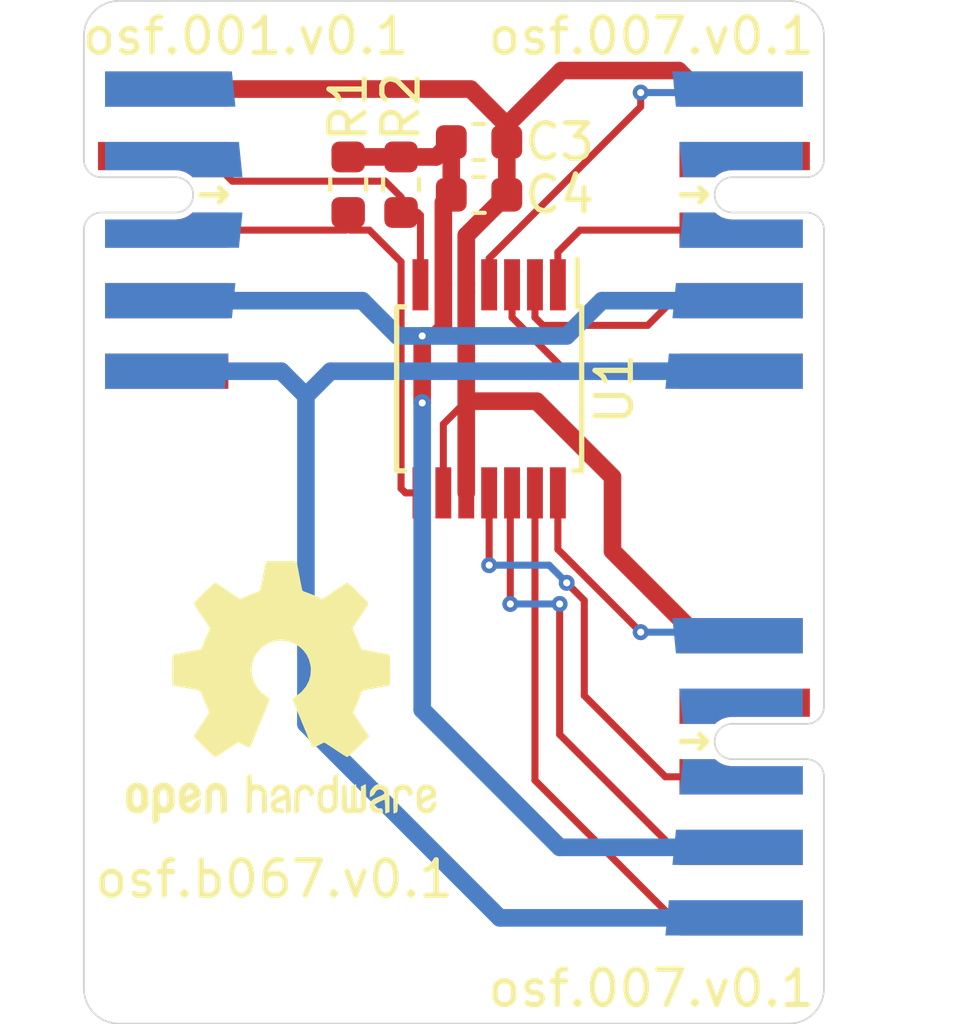
<source format=kicad_pcb>
(kicad_pcb (version 20211014) (generator pcbnew)
  (layers (0 "F.Cu" signal) (31 "B.Cu" signal) (34 "B.Paste" user) (35 "F.Paste" user) (36 "B.SilkS" user "B.Silkscreen") (37 "F.SilkS" user "F.Silkscreen") (38 "B.Mask" user) (39 "F.Mask" user) (44 "Edge.Cuts" user))
  (net 0 "")
  (net 1 "GND")
  (net 2 "+3V3")
  (net 3 "+5V")
  (net 4 "/adc/SDA")
  (net 5 "/adc/SCL")
  (net 6 "Net-(J1-Pad8)")
  (net 7 "Net-(J1-Pad5)")
  (net 8 "Net-(J1-Pad4)")
  (net 9 "Net-(J2-Pad2)")
  (net 10 "/adc/INH1")
  (net 11 "/adc/INL1")
  (net 12 "/adc/INL2")
  (net 13 "/adc/INH2")
  (net 14 "Net-(J3-Pad2)")
  (net 15 "/adc/INH3")
  (net 16 "/adc/INL3")
  (net 17 "/adc/INL4")
  (net 18 "/adc/INH4")
  (footprint "Capacitor_SMD:C_0603_1608Metric" (layer "F.Cu") (at 88.2125 78)
    (fp_text reference "C3" (at 2.2875 0) (layer "F.SilkS"))
    (fp_text value "1uF")
    (pad "1" smd roundrect locked (at -0.7875 0) (size 0.875 0.95) (layers "F.Cu" "F.Paste" "F.Mask") (net 2 "+3V3"))
    (pad "2" smd roundrect locked (at 0.7875 0) (size 0.875 0.95) (layers "F.Cu" "F.Paste" "F.Mask") (net 1 "GND"))
  )
  (footprint "Capacitor_SMD:C_0603_1608Metric" (layer "F.Cu") (at 88.2125 79.5)
    (fp_text reference "C4" (at 2.2875 0) (layer "F.SilkS"))
    (fp_text value "100nF")
    (pad "1" smd roundrect locked (at -0.7875 0) (size 0.875 0.95) (layers "F.Cu" "F.Paste" "F.Mask") (net 2 "+3V3"))
    (pad "2" smd roundrect locked (at 0.7875 0) (size 0.875 0.95) (layers "F.Cu" "F.Paste" "F.Mask") (net 1 "GND"))
  )
  (footprint "on_edge:on_edge_2x05_device" (layer "F.Cu") (at 77 80.5 -90)
    (fp_text reference "J1")
    (fp_text value "001_I2C")
    (fp_line (start 0 0) (end 4 0) (layer "Edge.Cuts") (width 0.05))
    (fp_line (start -0.5 -0.5) (end -0.5 -2.6) (layer "Edge.Cuts") (width 0.05))
    (fp_line (start -4 0) (end -2 0) (layer "Edge.Cuts") (width 0.05))
    (fp_line (start -1.5 -2.6) (end -1.5 -0.5) (layer "Edge.Cuts") (width 0.05))
    (fp_arc (start -1.5 -2.6) (mid -1 -3.1) (end -0.5 -2.6) (layer "Edge.Cuts") (width 0.05))
    (fp_arc (start 0 0) (mid -0.353553 -0.146447) (end -0.5 -0.5) (layer "Edge.Cuts") (width 0.05))
    (fp_arc (start -1.5 -0.5) (mid -1.646447 -0.146447) (end -2 0) (layer "Edge.Cuts") (width 0.05))
    (pad "1" smd rect locked (at -4 -2.35 90) (size 1 3.5) (layers "F.Cu" "F.Mask") (net 1 "GND"))
    (pad "2" smd custom locked (at -2 -3.6 270) (size 1 1) (layers "F.Cu" "F.Mask") (net 4 "/adc/SDA") (options (clearance outline) (anchor rect)) (primitives (gr_poly (pts (xy 0.5 0.52) (xy 0.48 0.54) (xy 0.44 0.59) (xy 0.4 0.65) (xy 0.37 0.7) (xy 0.35 0.75) (xy 0.33 0.81) (xy 0.31 0.89) (xy 0.3 1) (xy 0.3 3.2) (xy -0.5 3.2) (xy -0.5 -0.5) (xy 0.5 -0.5)) (width 0) (fill yes))))
    (pad "3" smd custom locked (at 0 -3.6 270) (size 1 1) (layers "F.Cu" "F.Mask") (net 5 "/adc/SCL") (options (clearance outline) (anchor rect)) (primitives (gr_poly (pts (xy 0.5 3) (xy -0.3 3) (xy -0.3 1) (xy -0.31 0.89) (xy -0.33 0.81) (xy -0.35 0.75) (xy -0.37 0.7) (xy -0.4 0.65) (xy -0.44 0.59) (xy -0.48 0.54) (xy -0.5 0.52) (xy -0.5 -0.5) (xy 0.5 -0.5)) (width 0) (fill yes))))
    (pad "4" smd rect locked (at 2 -2.35 90) (size 1 3.5) (layers "F.Cu" "F.Mask") (net 8 "Net-(J1-Pad4)"))
    (pad "5" smd rect locked (at 4 -2.35 90) (size 1 3.5) (layers "F.Cu" "F.Mask") (net 7 "Net-(J1-Pad5)"))
    (pad "6" smd custom locked (at -4 -2.4 270) (size 1 3.6) (layers "B.Cu" "B.Mask") (options (clearance outline) (anchor rect)) (primitives (gr_poly (pts (xy 0.5 -1.8) (xy -0.5 -1.8) (xy 0.5 -1.9)) (width 0) (fill yes))))
    (pad "7" smd custom locked (at -2 -2.1 270) (size 0.4 0.4) (layers "B.Cu" "B.Mask") (options (clearance outline) (anchor rect)) (primitives (gr_poly (pts (xy 0.5 -0.99) (xy 0.48 -0.97) (xy 0.44 -0.92) (xy 0.4 -0.86) (xy 0.37 -0.81) (xy 0.35 -0.76) (xy 0.33 -0.7) (xy 0.31 -0.62) (xy 0.3 -0.51) (xy 0.3 1.5) (xy -0.5 1.5) (xy -0.5 -2.3) (xy 0.5 -2.4)) (width 0) (fill yes))))
    (pad "8" smd custom locked (at 0 -2.1 270) (size 0.4 0.4) (layers "B.Cu" "B.Mask") (net 6 "Net-(J1-Pad8)") (options (clearance outline) (anchor rect)) (primitives (gr_poly (pts (xy 0.5 -2.3) (xy 0.5 1.5) (xy -0.3 1.5) (xy -0.3 -0.51) (xy -0.31 -0.62) (xy -0.33 -0.7) (xy -0.35 -0.76) (xy -0.37 -0.81) (xy -0.4 -0.86) (xy -0.44 -0.92) (xy -0.48 -0.97) (xy -0.5 -0.99) (xy -0.5 -2.4)) (width 0) (fill yes))))
    (pad "9" smd custom locked (at 2 -2.4 270) (size 1 3.6) (layers "B.Cu" "B.Mask") (net 2 "+3V3") (options (clearance outline) (anchor rect)) (primitives (gr_poly (pts (xy 0.5 -1.8) (xy -0.5 -1.8) (xy -0.5 -1.9)) (width 0) (fill yes))))
    (pad "10" smd custom locked (at 4 -2.3 270) (size 1 3.4) (layers "B.Cu" "B.Mask") (net 3 "+5V") (options (clearance outline) (anchor rect)) (primitives (gr_poly (pts (xy 0.5 -1.7) (xy -0.5 -1.7) (xy -0.5 -1.8)) (width 0) (fill yes))))
  )
  (footprint "on_edge:on_edge_2x05_host" (layer "F.Cu") (at 98 80.5 -90)
    (fp_text reference "J2")
    (fp_text value "007_ADC")
    (fp_line (start -1.5 0.5) (end -1.5 2.6) (layer "Edge.Cuts") (width 0.05))
    (fp_line (start 0 0) (end 4 0) (layer "Edge.Cuts") (width 0.05))
    (fp_line (start -0.5 2.6) (end -0.5 0.5) (layer "Edge.Cuts") (width 0.05))
    (fp_line (start -4 0) (end -2 0) (layer "Edge.Cuts") (width 0.05))
    (fp_arc (start -0.5 2.6) (mid -1 3.1) (end -1.5 2.6) (layer "Edge.Cuts") (width 0.05))
    (fp_arc (start -0.5 0.5) (mid -0.353553 0.146447) (end 0 0) (layer "Edge.Cuts") (width 0.05))
    (fp_arc (start -2 0) (mid -1.646447 0.146447) (end -1.5 0.5) (layer "Edge.Cuts") (width 0.05))
    (pad "1" smd rect locked (at -4 2.35 270) (size 1 3.5) (layers "F.Cu" "F.Mask") (net 1 "GND"))
    (pad "2" smd custom locked (at -2 3.6 270) (size 1 1) (layers "F.Cu" "F.Mask") (net 9 "Net-(J2-Pad2)") (options (clearance outline) (anchor rect)) (primitives (gr_poly (pts (xy 0.3 -0.99) (xy 0.31 -0.88) (xy 0.33 -0.8) (xy 0.35 -0.74) (xy 0.37 -0.69) (xy 0.4 -0.64) (xy 0.44 -0.58) (xy 0.48 -0.53) (xy 0.5 -0.51) (xy 0.5 0.5) (xy -0.5 0.5) (xy -0.5 -3.2) (xy 0.3 -3.2)) (width 0) (fill yes))))
    (pad "3" smd custom locked (at 0 3.6 270) (size 1 1) (layers "F.Cu" "F.Mask") (net 10 "/adc/INH1") (options (clearance outline) (anchor rect)) (primitives (gr_poly (pts (xy 0.5 0.5) (xy -0.5 0.5) (xy -0.5 -0.51) (xy -0.48 -0.53) (xy -0.44 -0.58) (xy -0.4 -0.64) (xy -0.37 -0.69) (xy -0.35 -0.74) (xy -0.33 -0.8) (xy -0.31 -0.88) (xy -0.3 -0.99) (xy -0.3 -3) (xy 0.5 -3)) (width 0) (fill yes))))
    (pad "4" smd rect locked (at 2 2.35 270) (size 1 3.5) (layers "F.Cu" "F.Mask") (net 11 "/adc/INL1"))
    (pad "5" smd rect locked (at 4 2.35 270) (size 1 3.5) (layers "F.Cu" "F.Mask") (net 13 "/adc/INH2"))
    (pad "6" smd custom locked (at -4 2.4 90) (size 1 3.6) (layers "B.Cu" "B.Mask") (net 12 "/adc/INL2") (options (clearance outline) (anchor rect)) (primitives (gr_poly (pts (xy 0.5 -1.8) (xy -0.5 -1.8) (xy 0.5 -1.9)) (width 0) (fill yes))))
    (pad "7" smd custom locked (at -2 2.1 90) (size 0.4 0.4) (layers "B.Cu" "B.Mask") (options (clearance outline) (anchor rect)) (primitives (gr_poly (pts (xy 0.5 1.5) (xy -0.3 1.5) (xy -0.3 -0.51) (xy -0.31 -0.62) (xy -0.33 -0.7) (xy -0.35 -0.76) (xy -0.37 -0.81) (xy -0.4 -0.86) (xy -0.44 -0.92) (xy -0.48 -0.97) (xy -0.5 -0.99) (xy -0.5 -1.9) (xy 0.5 -2)) (width 0) (fill yes))))
    (pad "8" smd custom locked (at 0 2.1 90) (size 0.4 0.4) (layers "B.Cu" "B.Mask") (options (clearance outline) (anchor rect)) (primitives (gr_poly (pts (xy 0.5 -1.9) (xy 0.5 -0.99) (xy 0.48 -0.97) (xy 0.44 -0.92) (xy 0.4 -0.86) (xy 0.37 -0.81) (xy 0.35 -0.76) (xy 0.33 -0.7) (xy 0.31 -0.62) (xy 0.3 -0.51) (xy 0.3 1.5) (xy -0.5 1.5) (xy -0.5 -2)) (width 0) (fill yes))))
    (pad "9" smd custom locked (at 2 2.4 90) (size 1 3.6) (layers "B.Cu" "B.Mask") (net 2 "+3V3") (options (clearance outline) (anchor rect)) (primitives (gr_poly (pts (xy 0.5 -1.8) (xy -0.5 -1.8) (xy -0.5 -1.9)) (width 0) (fill yes))))
    (pad "10" smd custom locked (at 4 2.5 90) (size 1 3.8) (layers "B.Cu" "B.Mask") (net 3 "+5V") (options (clearance outline) (anchor rect)) (primitives (gr_poly (pts (xy 0.5 -1.9) (xy -0.5 -1.9) (xy -0.5 -2)) (width 0) (fill yes))))
  )
  (footprint "on_edge:on_edge_2x05_host" (layer "F.Cu") (at 98 96 -90)
    (fp_text reference "J3")
    (fp_text value "007_ADC")
    (fp_line (start -0.5 2.6) (end -0.5 0.5) (layer "Edge.Cuts") (width 0.05))
    (fp_line (start -4 0) (end -2 0) (layer "Edge.Cuts") (width 0.05))
    (fp_line (start 0 0) (end 4 0) (layer "Edge.Cuts") (width 0.05))
    (fp_line (start -1.5 0.5) (end -1.5 2.6) (layer "Edge.Cuts") (width 0.05))
    (fp_arc (start -0.5 0.5) (mid -0.353553 0.146447) (end 0 0) (layer "Edge.Cuts") (width 0.05))
    (fp_arc (start -0.5 2.6) (mid -1 3.1) (end -1.5 2.6) (layer "Edge.Cuts") (width 0.05))
    (fp_arc (start -2 0) (mid -1.646447 0.146447) (end -1.5 0.5) (layer "Edge.Cuts") (width 0.05))
    (pad "1" smd rect locked (at -4 2.35 270) (size 1 3.5) (layers "F.Cu" "F.Mask") (net 1 "GND"))
    (pad "2" smd custom locked (at -2 3.6 270) (size 1 1) (layers "F.Cu" "F.Mask") (net 14 "Net-(J3-Pad2)") (options (clearance outline) (anchor rect)) (primitives (gr_poly (pts (xy 0.3 -0.99) (xy 0.31 -0.88) (xy 0.33 -0.8) (xy 0.35 -0.74) (xy 0.37 -0.69) (xy 0.4 -0.64) (xy 0.44 -0.58) (xy 0.48 -0.53) (xy 0.5 -0.51) (xy 0.5 0.5) (xy -0.5 0.5) (xy -0.5 -3.2) (xy 0.3 -3.2)) (width 0) (fill yes))))
    (pad "3" smd custom locked (at 0 3.6 270) (size 1 1) (layers "F.Cu" "F.Mask") (net 15 "/adc/INH3") (options (clearance outline) (anchor rect)) (primitives (gr_poly (pts (xy 0.5 0.5) (xy -0.5 0.5) (xy -0.5 -0.51) (xy -0.48 -0.53) (xy -0.44 -0.58) (xy -0.4 -0.64) (xy -0.37 -0.69) (xy -0.35 -0.74) (xy -0.33 -0.8) (xy -0.31 -0.88) (xy -0.3 -0.99) (xy -0.3 -3) (xy 0.5 -3)) (width 0) (fill yes))))
    (pad "4" smd rect locked (at 2 2.35 270) (size 1 3.5) (layers "F.Cu" "F.Mask") (net 16 "/adc/INL3"))
    (pad "5" smd rect locked (at 4 2.35 270) (size 1 3.5) (layers "F.Cu" "F.Mask") (net 18 "/adc/INH4"))
    (pad "6" smd custom locked (at -4 2.4 90) (size 1 3.6) (layers "B.Cu" "B.Mask") (net 17 "/adc/INL4") (options (clearance outline) (anchor rect)) (primitives (gr_poly (pts (xy 0.5 -1.8) (xy -0.5 -1.8) (xy 0.5 -1.9)) (width 0) (fill yes))))
    (pad "7" smd custom locked (at -2 2.1 90) (size 0.4 0.4) (layers "B.Cu" "B.Mask") (options (clearance outline) (anchor rect)) (primitives (gr_poly (pts (xy 0.5 1.5) (xy -0.3 1.5) (xy -0.3 -0.51) (xy -0.31 -0.62) (xy -0.33 -0.7) (xy -0.35 -0.76) (xy -0.37 -0.81) (xy -0.4 -0.86) (xy -0.44 -0.92) (xy -0.48 -0.97) (xy -0.5 -0.99) (xy -0.5 -1.9) (xy 0.5 -2)) (width 0) (fill yes))))
    (pad "8" smd custom locked (at 0 2.1 90) (size 0.4 0.4) (layers "B.Cu" "B.Mask") (options (clearance outline) (anchor rect)) (primitives (gr_poly (pts (xy 0.5 -1.9) (xy 0.5 -0.99) (xy 0.48 -0.97) (xy 0.44 -0.92) (xy 0.4 -0.86) (xy 0.37 -0.81) (xy 0.35 -0.76) (xy 0.33 -0.7) (xy 0.31 -0.62) (xy 0.3 -0.51) (xy 0.3 1.5) (xy -0.5 1.5) (xy -0.5 -2)) (width 0) (fill yes))))
    (pad "9" smd custom locked (at 2 2.4 90) (size 1 3.6) (layers "B.Cu" "B.Mask") (net 2 "+3V3") (options (clearance outline) (anchor rect)) (primitives (gr_poly (pts (xy 0.5 -1.8) (xy -0.5 -1.8) (xy -0.5 -1.9)) (width 0) (fill yes))))
    (pad "10" smd custom locked (at 4 2.5 90) (size 1 3.8) (layers "B.Cu" "B.Mask") (net 3 "+5V") (options (clearance outline) (anchor rect)) (primitives (gr_poly (pts (xy 0.5 -1.9) (xy -0.5 -1.9) (xy -0.5 -2)) (width 0) (fill yes))))
  )
  (footprint "Resistor_SMD:R_0603_1608Metric" (layer "F.Cu") (at 84.5 79.2125 -90)
    (fp_text reference "R1" (at -2.2125 0 90) (layer "F.SilkS"))
    (fp_text value "2.2k")
    (pad "1" smd roundrect locked (at -0.7875 0 270) (size 0.875 0.95) (layers "F.Cu" "F.Paste" "F.Mask") (net 2 "+3V3"))
    (pad "2" smd roundrect locked (at 0.7875 0 270) (size 0.875 0.95) (layers "F.Cu" "F.Paste" "F.Mask") (net 5 "/adc/SCL"))
  )
  (footprint "Resistor_SMD:R_0603_1608Metric" (layer "F.Cu") (at 86 79.2125 -90)
    (fp_text reference "R2" (at -2.2125 0 90) (layer "F.SilkS"))
    (fp_text value "2.2k")
    (pad "1" smd roundrect locked (at -0.7875 0 270) (size 0.875 0.95) (layers "F.Cu" "F.Paste" "F.Mask") (net 2 "+3V3"))
    (pad "2" smd roundrect locked (at 0.7875 0 270) (size 0.875 0.95) (layers "F.Cu" "F.Paste" "F.Mask") (net 4 "/adc/SDA"))
  )
  (footprint "Package_SO:TSSOP-14_4.4x5mm_P0.65mm" (layer "F.Cu") (at 88.5 85 -90)
    (fp_text reference "U1" (at 0 -3.55 90) (layer "F.SilkS"))
    (fp_text value "MCP3428")
    (pad "1" smd rect locked (at -2.95 -1.95 270) (size 1.45 0.45) (layers "F.Cu" "F.Paste" "F.Mask") (net 10 "/adc/INH1"))
    (pad "2" smd rect locked (at -2.95 -1.3 270) (size 1.45 0.45) (layers "F.Cu" "F.Paste" "F.Mask") (net 11 "/adc/INL1"))
    (pad "3" smd rect locked (at -2.95 -0.65 270) (size 1.45 0.45) (layers "F.Cu" "F.Paste" "F.Mask") (net 13 "/adc/INH2"))
    (pad "4" smd rect locked (at -2.95 0 270) (size 1.45 0.45) (layers "F.Cu" "F.Paste" "F.Mask") (net 12 "/adc/INL2"))
    (pad "5" smd rect locked (at -2.95 0.65 270) (size 1.45 0.45) (layers "F.Cu" "F.Paste" "F.Mask") (net 1 "GND"))
    (pad "6" smd rect locked (at -2.95 1.3 270) (size 1.45 0.45) (layers "F.Cu" "F.Paste" "F.Mask") (net 2 "+3V3"))
    (pad "7" smd rect locked (at -2.95 1.95 270) (size 1.45 0.45) (layers "F.Cu" "F.Paste" "F.Mask") (net 4 "/adc/SDA"))
    (pad "8" smd rect locked (at 2.95 1.95 270) (size 1.45 0.45) (layers "F.Cu" "F.Paste" "F.Mask") (net 5 "/adc/SCL"))
    (pad "9" smd rect locked (at 2.95 1.3 270) (size 1.45 0.45) (layers "F.Cu" "F.Paste" "F.Mask") (net 1 "GND"))
    (pad "10" smd rect locked (at 2.95 0.65 270) (size 1.45 0.45) (layers "F.Cu" "F.Paste" "F.Mask") (net 1 "GND"))
    (pad "11" smd rect locked (at 2.95 0 270) (size 1.45 0.45) (layers "F.Cu" "F.Paste" "F.Mask") (net 15 "/adc/INH3"))
    (pad "12" smd rect locked (at 2.95 -0.65 270) (size 1.45 0.45) (layers "F.Cu" "F.Paste" "F.Mask") (net 16 "/adc/INL3"))
    (pad "13" smd rect locked (at 2.95 -1.3 270) (size 1.45 0.45) (layers "F.Cu" "F.Paste" "F.Mask") (net 18 "/adc/INH4"))
    (pad "14" smd rect locked (at 2.95 -1.95 270) (size 1.45 0.45) (layers "F.Cu" "F.Paste" "F.Mask") (net 17 "/adc/INL4"))
  )
  (footprint "Symbol:OSHW-Logo2_9.8x8mm_SilkScreen" (layer "F.Cu") (at 82.6 93.6)
    (fp_text reference "LOGO1" hide)
    (fp_text value "Logo_Open_Hardware_Small" hide)
  )
  (gr_line (start 78 74) (end 97 74) (layer "Edge.Cuts") (width 0.05))
  (gr_line (start 98 76.5) (end 98 75) (layer "Edge.Cuts") (width 0.05))
  (gr_line (start 77 76.5) (end 77 75) (layer "Edge.Cuts") (width 0.05))
  (gr_arc (start 78 103) (mid 77.292893 102.707107) (end 77 102) (layer "Edge.Cuts") (width 0.05))
  (gr_arc (start 98 102) (mid 97.707107 102.707107) (end 97 103) (layer "Edge.Cuts") (width 0.05))
  (gr_line (start 77 102) (end 77 84.5) (layer "Edge.Cuts") (width 0.05))
  (gr_line (start 97 103) (end 78 103) (layer "Edge.Cuts") (width 0.05))
  (gr_arc (start 77 75) (mid 77.292893 74.292893) (end 78 74) (layer "Edge.Cuts") (width 0.05))
  (gr_arc (start 97 74) (mid 97.707107 74.292893) (end 98 75) (layer "Edge.Cuts") (width 0.05))
  (gr_line (start 98 102) (end 98 100) (layer "Edge.Cuts") (width 0.05))
  (gr_line (start 98 92) (end 98 84.5) (layer "Edge.Cuts") (width 0.05))
  (gr_text "osf.b067.v0.1" (at 82.4 98.9) (layer "F.SilkS") (effects (font (size 1 1))))
  (gr_text "osf.007.v0.1" (at 93.1 75) (layer "F.SilkS") (effects (font (size 1 1))))
  (gr_text "osf.007.v0.1" (at 93.1 102) (layer "F.SilkS") (effects (font (size 1 1))))
  (gr_text "osf.001.v0.1" (at 81.6 75) (layer "F.SilkS") (effects (font (size 1 1))))
  (segment (start 95.65 92) (end 94.4 92) (width 0.5) (layer "F.Cu") (net 1))
  (segment (start 87.85 85.35) (end 87.85 82.05) (width 0.2) (layer "F.Cu") (net 1))
  (segment (start 94.4 92) (end 92 89.6) (width 0.5) (layer "F.Cu") (net 1))
  (segment (start 95.65 76.5) (end 94.4 76.5) (width 0.5) (layer "F.Cu") (net 1))
  (segment (start 89.85 85.35) (end 87.85 85.35) (width 0.5) (layer "F.Cu") (net 1))
  (segment (start 89 79.5) (end 89 78) (width 0.5) (layer "F.Cu") (net 1))
  (segment (start 87.85 82.05) (end 87.85 82.25) (width 0.5) (layer "F.Cu") (net 1))
  (segment (start 93.874999 75.974999) (end 90.550001 75.974999) (width 0.5) (layer "F.Cu") (net 1))
  (segment (start 89 77.525) (end 89 78) (width 0.5) (layer "F.Cu") (net 1))
  (segment (start 87.85 87.95) (end 87.85 85.35) (width 0.2) (layer "F.Cu") (net 1))
  (segment (start 87.85 82.25) (end 87.85 87.95) (width 0.5) (layer "F.Cu") (net 1))
  (segment (start 89 77.525) (end 87.975 76.5) (width 0.5) (layer "F.Cu") (net 1))
  (segment (start 87.2 87.95) (end 87.2 86) (width 0.2) (layer "F.Cu") (net 1))
  (segment (start 87.975 76.5) (end 79.35 76.5) (width 0.5) (layer "F.Cu") (net 1))
  (segment (start 87.85 82.05) (end 87.85 80.65) (width 0.5) (layer "F.Cu") (net 1))
  (segment (start 92 87.5) (end 89.85 85.35) (width 0.5) (layer "F.Cu") (net 1))
  (segment (start 90.550001 75.974999) (end 89 77.525) (width 0.5) (layer "F.Cu") (net 1))
  (segment (start 94.4 76.5) (end 93.874999 75.974999) (width 0.5) (layer "F.Cu") (net 1))
  (segment (start 87.85 80.65) (end 89 79.5) (width 0.5) (layer "F.Cu") (net 1))
  (segment (start 92 89.6) (end 92 87.5) (width 0.5) (layer "F.Cu") (net 1))
  (segment (start 87.2 86) (end 87.85 85.35) (width 0.2) (layer "F.Cu") (net 1))
  (segment (start 87.425 79.5) (end 87.425 78) (width 0.5) (layer "F.Cu") (net 2))
  (segment (start 87.2 82.05) (end 87.2 83.275) (width 0.5) (layer "F.Cu") (net 2))
  (segment (start 87.2 82.05) (end 87.2 79.725) (width 0.5) (layer "F.Cu") (net 2))
  (segment (start 86 78.425) (end 87 78.425) (width 0.5) (layer "F.Cu") (net 2))
  (segment (start 86.975 83.5) (end 86.6 83.5) (width 0.5) (layer "F.Cu") (net 2))
  (segment (start 87.2 79.725) (end 87.425 79.5) (width 0.5) (layer "F.Cu") (net 2))
  (segment (start 86.6 85.4) (end 86.6 83.5) (width 0.5) (layer "F.Cu") (net 2))
  (segment (start 84.5 78.425) (end 86 78.425) (width 0.5) (layer "F.Cu") (net 2))
  (segment (start 87 78.425) (end 87.425 78) (width 0.5) (layer "F.Cu") (net 2))
  (segment (start 87.2 83.275) (end 86.975 83.5) (width 0.5) (layer "F.Cu") (net 2))
  (via (at 86.6 83.5) (size 0.45) (drill 0.2) (layers "F.Cu" "B.Cu") (net 2))
  (via (at 86.6 85.4) (size 0.45) (drill 0.2) (layers "F.Cu" "B.Cu") (net 2))
  (segment (start 90.7 83.5) (end 86.6 83.5) (width 0.5) (layer "B.Cu") (net 2))
  (segment (start 90.5 98) (end 86.6 94.1) (width 0.5) (layer "B.Cu") (net 2))
  (segment (start 86.6 83.5) (end 85.9 83.5) (width 0.5) (layer "B.Cu") (net 2))
  (segment (start 84.9 82.5) (end 79.4 82.5) (width 0.5) (layer "B.Cu") (net 2))
  (segment (start 95.6 98) (end 90.5 98) (width 0.5) (layer "B.Cu") (net 2))
  (segment (start 85.9 83.5) (end 84.9 82.5) (width 0.5) (layer "B.Cu") (net 2))
  (segment (start 91.7 82.5) (end 90.7 83.5) (width 0.5) (layer "B.Cu") (net 2))
  (segment (start 86.6 94.1) (end 86.6 85.4) (width 0.5) (layer "B.Cu") (net 2))
  (segment (start 95.6 82.5) (end 91.7 82.5) (width 0.5) (layer "B.Cu") (net 2))
  (segment (start 83.3 85.2) (end 82.6 84.5) (width 0.5) (layer "B.Cu") (net 3))
  (segment (start 95.5 84.5) (end 84 84.5) (width 0.5) (layer "B.Cu") (net 3))
  (segment (start 84 84.5) (end 83.3 85.2) (width 0.5) (layer "B.Cu") (net 3))
  (segment (start 83.3 94.5) (end 83.3 85.2) (width 0.5) (layer "B.Cu") (net 3))
  (segment (start 88.8 100) (end 83.3 94.5) (width 0.5) (layer "B.Cu") (net 3))
  (segment (start 95.5 100) (end 88.8 100) (width 0.5) (layer "B.Cu") (net 3))
  (segment (start 82.6 84.5) (end 79.3 84.5) (width 0.5) (layer "B.Cu") (net 3))
  (segment (start 86.55 80.075) (end 86.475 80) (width 0.2) (layer "F.Cu") (net 4))
  (segment (start 86.55 82.05) (end 86.55 80.075) (width 0.2) (layer "F.Cu") (net 4))
  (segment (start 85.55001 79.11251) (end 81.21251 79.11251) (width 0.2) (layer "F.Cu") (net 4))
  (segment (start 81.1 79) (end 80.6 78.5) (width 0.2) (layer "F.Cu") (net 4))
  (segment (start 86 80) (end 86 79.5625) (width 0.2) (layer "F.Cu") (net 4))
  (segment (start 86 79.5625) (end 85.55001 79.11251) (width 0.2) (layer "F.Cu") (net 4))
  (segment (start 81.21251 79.11251) (end 81.1 79) (width 0.2) (layer "F.Cu") (net 4))
  (segment (start 86.475 80) (end 86 80) (width 0.2) (layer "F.Cu") (net 4))
  (segment (start 84.4375 80.5) (end 84.5 80.4375) (width 0.2) (layer "F.Cu") (net 5))
  (segment (start 84.5625 80.5) (end 84.5 80.4375) (width 0.2) (layer "F.Cu") (net 5))
  (segment (start 86 81.4) (end 85.1 80.5) (width 0.2) (layer "F.Cu") (net 5))
  (segment (start 84.5 80.4375) (end 84.5 80) (width 0.2) (layer "F.Cu") (net 5))
  (segment (start 85.1 80.5) (end 84.5625 80.5) (width 0.2) (layer "F.Cu") (net 5))
  (segment (start 86.55 87.95) (end 86.125 87.95) (width 0.2) (layer "F.Cu") (net 5))
  (segment (start 86 87.825) (end 86 81.4) (width 0.2) (layer "F.Cu") (net 5))
  (segment (start 86.125 87.95) (end 86 87.825) (width 0.2) (layer "F.Cu") (net 5))
  (segment (start 80.6 80.5) (end 84.4375 80.5) (width 0.2) (layer "F.Cu") (net 5))
  (segment (start 90.45 81.125) (end 91.075 80.5) (width 0.2) (layer "F.Cu") (net 10))
  (segment (start 90.45 82.05) (end 90.45 81.125) (width 0.2) (layer "F.Cu") (net 10))
  (segment (start 93.9 80.5) (end 94.4 80.5) (width 0.2) (layer "F.Cu") (net 10))
  (segment (start 91.075 80.5) (end 93.9 80.5) (width 0.2) (layer "F.Cu") (net 10))
  (segment (start 89.8 82.975) (end 90.025 83.2) (width 0.2) (layer "F.Cu") (net 11))
  (segment (start 90.025 83.2) (end 93 83.2) (width 0.2) (layer "F.Cu") (net 11))
  (segment (start 93.7 82.5) (end 95.65 82.5) (width 0.2) (layer "F.Cu") (net 11))
  (segment (start 89.8 82.05) (end 89.8 82.975) (width 0.2) (layer "F.Cu") (net 11))
  (segment (start 93 83.2) (end 93.7 82.5) (width 0.2) (layer "F.Cu") (net 11))
  (segment (start 92.8 76.999998) (end 92.8 76.6) (width 0.2) (layer "F.Cu") (net 12))
  (segment (start 88.5 81.299998) (end 92.8 76.999998) (width 0.2) (layer "F.Cu") (net 12))
  (segment (start 88.5 82.05) (end 88.5 81.299998) (width 0.2) (layer "F.Cu") (net 12))
  (via (at 92.8 76.6) (size 0.45) (drill 0.2) (layers "F.Cu" "B.Cu") (net 12))
  (segment (start 92.8 76.6) (end 95.5 76.6) (width 0.2) (layer "B.Cu") (net 12))
  (segment (start 95.5 76.6) (end 95.6 76.5) (width 0.2) (layer "B.Cu") (net 12))
  (segment (start 90.675 84.5) (end 93.7 84.5) (width 0.2) (layer "F.Cu") (net 13))
  (segment (start 89.15 82.05) (end 89.15 82.975) (width 0.2) (layer "F.Cu") (net 13))
  (segment (start 89.15 82.975) (end 90.675 84.5) (width 0.2) (layer "F.Cu") (net 13))
  (segment (start 93.7 84.5) (end 95.65 84.5) (width 0.2) (layer "F.Cu") (net 13))
  (segment (start 93.5 96) (end 94.4 96) (width 0.2) (layer "F.Cu") (net 15))
  (segment (start 91.2 93.7) (end 93.5 96) (width 0.2) (layer "F.Cu") (net 15))
  (segment (start 88.5 87.95) (end 88.5 90) (width 0.2) (layer "F.Cu") (net 15))
  (segment (start 90.7 90.5) (end 91.2 91) (width 0.2) (layer "F.Cu") (net 15))
  (segment (start 91.2 91) (end 91.2 93.7) (width 0.2) (layer "F.Cu") (net 15))
  (via (at 90.7 90.5) (size 0.45) (drill 0.2) (layers "F.Cu" "B.Cu") (net 15))
  (via (at 88.5 90) (size 0.45) (drill 0.2) (layers "F.Cu" "B.Cu") (net 15))
  (segment (start 88.5 90) (end 90.2 90) (width 0.2) (layer "B.Cu") (net 15))
  (segment (start 90.2 90) (end 90.7 90.5) (width 0.2) (layer "B.Cu") (net 15))
  (segment (start 90.5 94.8) (end 90.5 91.1) (width 0.2) (layer "F.Cu") (net 16))
  (segment (start 89.1 88) (end 89.15 87.95) (width 0.2) (layer "F.Cu") (net 16))
  (segment (start 95.65 98) (end 93.7 98) (width 0.2) (layer "F.Cu") (net 16))
  (segment (start 89.1 91.1) (end 89.1 88) (width 0.2) (layer "F.Cu") (net 16))
  (segment (start 93.7 98) (end 90.5 94.8) (width 0.2) (layer "F.Cu") (net 16))
  (via (at 90.5 91.1) (size 0.45) (drill 0.2) (layers "F.Cu" "B.Cu") (net 16))
  (via (at 89.1 91.1) (size 0.45) (drill 0.2) (layers "F.Cu" "B.Cu") (net 16))
  (segment (start 90.5 91.1) (end 89.1 91.1) (width 0.2) (layer "B.Cu") (net 16))
  (segment (start 90.45 89.55) (end 92.8 91.9) (width 0.2) (layer "F.Cu") (net 17))
  (segment (start 90.45 87.95) (end 90.45 89.55) (width 0.2) (layer "F.Cu") (net 17))
  (via (at 92.8 91.9) (size 0.45) (drill 0.2) (layers "F.Cu" "B.Cu") (net 17))
  (segment (start 95.5 91.9) (end 95.6 92) (width 0.2) (layer "B.Cu") (net 17))
  (segment (start 92.8 91.9) (end 95.5 91.9) (width 0.2) (layer "B.Cu") (net 17))
  (segment (start 89.8 96.1) (end 93.7 100) (width 0.2) (layer "F.Cu") (net 18))
  (segment (start 93.7 100) (end 95.65 100) (width 0.2) (layer "F.Cu") (net 18))
  (segment (start 89.8 87.95) (end 89.8 96.1) (width 0.2) (layer "F.Cu") (net 18))
)
</source>
